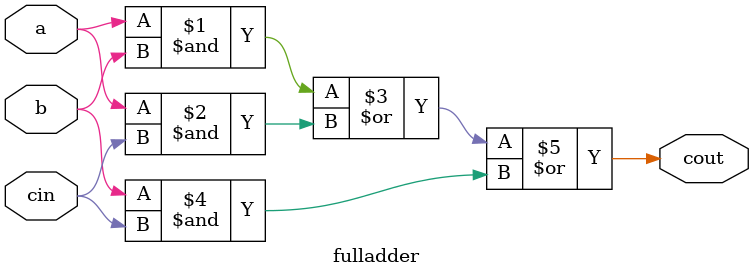
<source format=v>
module fulladder (a, b, cin, cout);
	input a, b, cin;
	output cout;
	
	//assign sum = a ^ b ^ cin;
	assign cout = (a & b) | (a & cin) | (b & cin);
	
endmodule 
</source>
